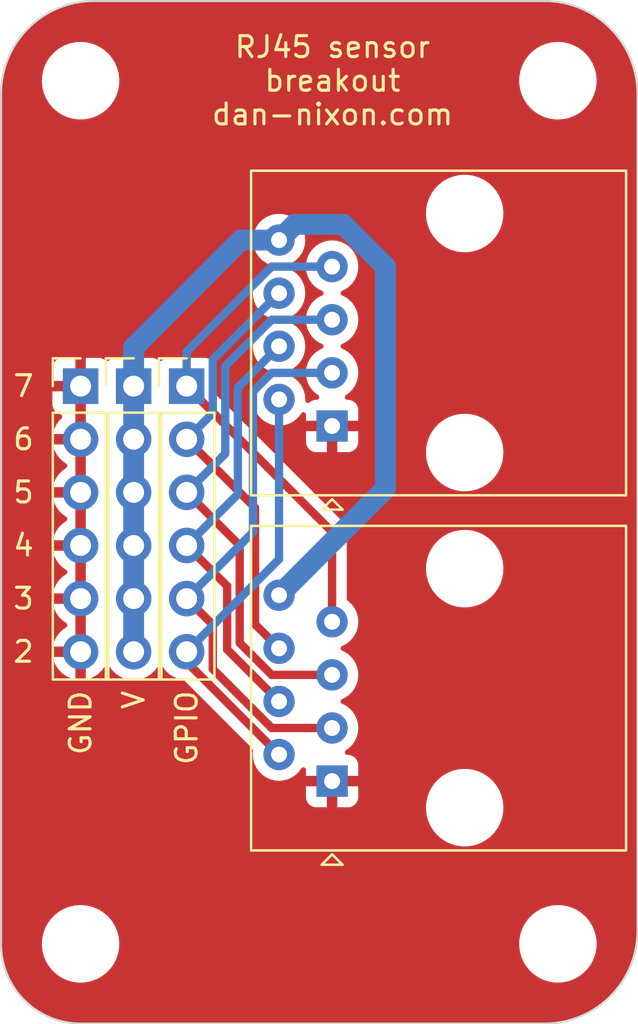
<source format=kicad_pcb>
(kicad_pcb (version 20221018) (generator pcbnew)
  (layers (0 "F.Cu" signal) (31 "B.Cu" signal) (34 "B.Paste" user) (35 "F.Paste" user) (36 "B.SilkS" user "B.Silkscreen") (37 "F.SilkS" user "F.Silkscreen") (38 "B.Mask" user) (39 "F.Mask" user) (44 "Edge.Cuts" user))
  (net 0 "")
  (net 1 "GND")
  (net 2 "VBUS")
  (net 3 "/P2")
  (net 4 "/P3")
  (net 5 "/P4")
  (net 6 "/P5")
  (net 7 "/P6")
  (net 8 "/P7")
  (footprint "Connector_PinHeader_2.54mm:PinHeader_1x06_P2.54mm_Vertical" (layer "F.Cu") (at 92.075 68.58)
    (fp_text reference "J2" hide)
    (fp_text value "GND" (at 0 14.478 90) (layer "F.SilkS") (effects (justify right)))
    (fp_line (start -1.33 -1.33) (end 0 -1.33) (stroke (width 0.12)) (layer "F.SilkS"))
    (fp_line (start -1.33 0) (end -1.33 -1.33) (stroke (width 0.12)) (layer "F.SilkS"))
    (fp_line (start -1.33 1.27) (end -1.33 14.03) (stroke (width 0.12)) (layer "F.SilkS"))
    (fp_line (start -1.33 1.27) (end 1.33 1.27) (stroke (width 0.12)) (layer "F.SilkS"))
    (fp_line (start -1.33 14.03) (end 1.33 14.03) (stroke (width 0.12)) (layer "F.SilkS"))
    (fp_line (start 1.33 1.27) (end 1.33 14.03) (stroke (width 0.12)) (layer "F.SilkS"))
    (pad "1" thru_hole rect (at 0 0) (size 1.7 1.7) (drill 1) (layers "*.Cu" "*.Mask") (net 1 "GND"))
    (pad "2" thru_hole oval (at 0 2.54) (size 1.7 1.7) (drill 1) (layers "*.Cu" "*.Mask") (net 1 "GND"))
    (pad "3" thru_hole oval (at 0 5.08) (size 1.7 1.7) (drill 1) (layers "*.Cu" "*.Mask") (net 1 "GND"))
    (pad "4" thru_hole oval (at 0 7.62) (size 1.7 1.7) (drill 1) (layers "*.Cu" "*.Mask") (net 1 "GND"))
    (pad "5" thru_hole oval (at 0 10.16) (size 1.7 1.7) (drill 1) (layers "*.Cu" "*.Mask") (net 1 "GND"))
    (pad "6" thru_hole oval (at 0 12.7) (size 1.7 1.7) (drill 1) (layers "*.Cu" "*.Mask") (net 1 "GND"))
  )
  (footprint "Connector_PinHeader_2.54mm:PinHeader_1x06_P2.54mm_Vertical" (layer "F.Cu") (at 97.155 68.58)
    (fp_text reference "J4" hide)
    (fp_text value "GPIO" (at 0 14.478 90) (layer "F.SilkS") (effects (justify right)))
    (fp_line (start -1.33 -1.33) (end 0 -1.33) (stroke (width 0.12)) (layer "F.SilkS"))
    (fp_line (start -1.33 0) (end -1.33 -1.33) (stroke (width 0.12)) (layer "F.SilkS"))
    (fp_line (start -1.33 1.27) (end -1.33 14.03) (stroke (width 0.12)) (layer "F.SilkS"))
    (fp_line (start -1.33 1.27) (end 1.33 1.27) (stroke (width 0.12)) (layer "F.SilkS"))
    (fp_line (start -1.33 14.03) (end 1.33 14.03) (stroke (width 0.12)) (layer "F.SilkS"))
    (fp_line (start 1.33 1.27) (end 1.33 14.03) (stroke (width 0.12)) (layer "F.SilkS"))
    (pad "1" thru_hole rect (at 0 0) (size 1.7 1.7) (drill 1) (layers "*.Cu" "*.Mask") (net 8 "/P7"))
    (pad "2" thru_hole oval (at 0 2.54) (size 1.7 1.7) (drill 1) (layers "*.Cu" "*.Mask") (net 7 "/P6"))
    (pad "3" thru_hole oval (at 0 5.08) (size 1.7 1.7) (drill 1) (layers "*.Cu" "*.Mask") (net 6 "/P5"))
    (pad "4" thru_hole oval (at 0 7.62) (size 1.7 1.7) (drill 1) (layers "*.Cu" "*.Mask") (net 5 "/P4"))
    (pad "5" thru_hole oval (at 0 10.16) (size 1.7 1.7) (drill 1) (layers "*.Cu" "*.Mask") (net 4 "/P3"))
    (pad "6" thru_hole oval (at 0 12.7) (size 1.7 1.7) (drill 1) (layers "*.Cu" "*.Mask") (net 3 "/P2"))
  )
  (footprint "Connector_PinHeader_2.54mm:PinHeader_1x06_P2.54mm_Vertical" (layer "F.Cu") (at 94.615 68.58)
    (fp_text reference "J3" hide)
    (fp_text value "V" (at 0 14.478 90) (layer "F.SilkS") (effects (justify right)))
    (fp_line (start -1.33 -1.33) (end 0 -1.33) (stroke (width 0.12)) (layer "F.SilkS"))
    (fp_line (start -1.33 0) (end -1.33 -1.33) (stroke (width 0.12)) (layer "F.SilkS"))
    (fp_line (start -1.33 1.27) (end -1.33 14.03) (stroke (width 0.12)) (layer "F.SilkS"))
    (fp_line (start -1.33 1.27) (end 1.33 1.27) (stroke (width 0.12)) (layer "F.SilkS"))
    (fp_line (start -1.33 14.03) (end 1.33 14.03) (stroke (width 0.12)) (layer "F.SilkS"))
    (fp_line (start 1.33 1.27) (end 1.33 14.03) (stroke (width 0.12)) (layer "F.SilkS"))
    (pad "1" thru_hole rect (at 0 0) (size 1.7 1.7) (drill 1) (layers "*.Cu" "*.Mask") (net 2 "VBUS"))
    (pad "2" thru_hole oval (at 0 2.54) (size 1.7 1.7) (drill 1) (layers "*.Cu" "*.Mask") (net 2 "VBUS"))
    (pad "3" thru_hole oval (at 0 5.08) (size 1.7 1.7) (drill 1) (layers "*.Cu" "*.Mask") (net 2 "VBUS"))
    (pad "4" thru_hole oval (at 0 7.62) (size 1.7 1.7) (drill 1) (layers "*.Cu" "*.Mask") (net 2 "VBUS"))
    (pad "5" thru_hole oval (at 0 10.16) (size 1.7 1.7) (drill 1) (layers "*.Cu" "*.Mask") (net 2 "VBUS"))
    (pad "6" thru_hole oval (at 0 12.7) (size 1.7 1.7) (drill 1) (layers "*.Cu" "*.Mask") (net 2 "VBUS"))
  )
  (footprint "MountingHole:MountingHole_3.2mm_M3" (layer "F.Cu") (at 92.075 53.975)
    (fp_text reference "H1" hide)
    (fp_text value "MountingHole" hide)
    (pad "" np_thru_hole circle (at 0 0) (size 3.2 3.2) (drill 3.2) (layers "*.Cu" "*.Mask"))
  )
  (footprint "Connector_RJ:RJ45_Amphenol_54602-x08_Horizontal" (layer "F.Cu") (at 104.12 70.485 90)
    (fp_text reference "J1" hide)
    (fp_text value "RJ45")
    (fp_line (start -4 -0.5) (end -4 0.5) (stroke (width 0.12)) (layer "F.SilkS"))
    (fp_line (start -4 0.5) (end -3.5 0) (stroke (width 0.12)) (layer "F.SilkS"))
    (fp_line (start -3.5 0) (end -4 -0.5) (stroke (width 0.12)) (layer "F.SilkS"))
    (fp_line (start -3.315 -3.88) (end -3.315 14.08) (stroke (width 0.12)) (layer "F.SilkS"))
    (fp_line (start -3.315 14.08) (end 12.205 14.08) (stroke (width 0.12)) (layer "F.SilkS"))
    (fp_line (start 12.205 -3.88) (end -3.315 -3.88) (stroke (width 0.12)) (layer "F.SilkS"))
    (fp_line (start 12.205 -3.88) (end 12.205 14.08) (stroke (width 0.12)) (layer "F.SilkS"))
    (pad "" np_thru_hole circle (at -1.27 6.35 90) (size 3.2 3.2) (drill 3.2) (layers "*.Cu" "*.Mask"))
    (pad "" np_thru_hole circle (at 10.16 6.35 90) (size 3.2 3.2) (drill 3.2) (layers "*.Cu" "*.Mask"))
    (pad "1" thru_hole rect (at 0 0 90) (size 1.5 1.5) (drill 0.76) (layers "*.Cu" "*.Mask") (net 1 "GND"))
    (pad "2" thru_hole circle (at 1.27 -2.54 90) (size 1.5 1.5) (drill 0.76) (layers "*.Cu" "*.Mask") (net 3 "/P2"))
    (pad "3" thru_hole circle (at 2.54 0 90) (size 1.5 1.5) (drill 0.76) (layers "*.Cu" "*.Mask") (net 4 "/P3"))
    (pad "4" thru_hole circle (at 3.81 -2.54 90) (size 1.5 1.5) (drill 0.76) (layers "*.Cu" "*.Mask") (net 5 "/P4"))
    (pad "5" thru_hole circle (at 5.08 0 90) (size 1.5 1.5) (drill 0.76) (layers "*.Cu" "*.Mask") (net 6 "/P5"))
    (pad "6" thru_hole circle (at 6.35 -2.54 90) (size 1.5 1.5) (drill 0.76) (layers "*.Cu" "*.Mask") (net 7 "/P6"))
    (pad "7" thru_hole circle (at 7.62 0 90) (size 1.5 1.5) (drill 0.76) (layers "*.Cu" "*.Mask") (net 8 "/P7"))
    (pad "8" thru_hole circle (at 8.89 -2.54 90) (size 1.5 1.5) (drill 0.76) (layers "*.Cu" "*.Mask") (net 2 "VBUS"))
  )
  (footprint "MountingHole:MountingHole_3.2mm_M3" (layer "F.Cu") (at 114.935 53.975)
    (fp_text reference "H2" hide)
    (fp_text value "MountingHole" hide)
    (pad "" np_thru_hole circle (at 0 0) (size 3.2 3.2) (drill 3.2) (layers "*.Cu" "*.Mask"))
  )
  (footprint "MountingHole:MountingHole_3.2mm_M3" (layer "F.Cu") (at 92.075 95.25)
    (fp_text reference "H3" hide)
    (fp_text value "MountingHole" hide)
    (pad "" np_thru_hole circle (at 0 0) (size 3.2 3.2) (drill 3.2) (layers "*.Cu" "*.Mask"))
  )
  (footprint "MountingHole:MountingHole_3.2mm_M3" (layer "F.Cu") (at 114.935 95.25)
    (fp_text reference "H4" hide)
    (fp_text value "MountingHole" hide)
    (pad "" np_thru_hole circle (at 0 0) (size 3.2 3.2) (drill 3.2) (layers "*.Cu" "*.Mask"))
  )
  (footprint "Connector_RJ:RJ45_Amphenol_54602-x08_Horizontal" (layer "F.Cu") (at 104.12 87.4675 90)
    (fp_text reference "J5" hide)
    (fp_text value "RJ45")
    (fp_line (start -4 -0.5) (end -4 0.5) (stroke (width 0.12)) (layer "F.SilkS"))
    (fp_line (start -4 0.5) (end -3.5 0) (stroke (width 0.12)) (layer "F.SilkS"))
    (fp_line (start -3.5 0) (end -4 -0.5) (stroke (width 0.12)) (layer "F.SilkS"))
    (fp_line (start -3.315 -3.88) (end -3.315 14.08) (stroke (width 0.12)) (layer "F.SilkS"))
    (fp_line (start -3.315 14.08) (end 12.205 14.08) (stroke (width 0.12)) (layer "F.SilkS"))
    (fp_line (start 12.205 -3.88) (end -3.315 -3.88) (stroke (width 0.12)) (layer "F.SilkS"))
    (fp_line (start 12.205 -3.88) (end 12.205 14.08) (stroke (width 0.12)) (layer "F.SilkS"))
    (pad "" np_thru_hole circle (at -1.27 6.35 90) (size 3.2 3.2) (drill 3.2) (layers "*.Cu" "*.Mask"))
    (pad "" np_thru_hole circle (at 10.16 6.35 90) (size 3.2 3.2) (drill 3.2) (layers "*.Cu" "*.Mask"))
    (pad "1" thru_hole rect (at 0 0 90) (size 1.5 1.5) (drill 0.76) (layers "*.Cu" "*.Mask") (net 1 "GND"))
    (pad "2" thru_hole circle (at 1.27 -2.54 90) (size 1.5 1.5) (drill 0.76) (layers "*.Cu" "*.Mask") (net 3 "/P2"))
    (pad "3" thru_hole circle (at 2.54 0 90) (size 1.5 1.5) (drill 0.76) (layers "*.Cu" "*.Mask") (net 4 "/P3"))
    (pad "4" thru_hole circle (at 3.81 -2.54 90) (size 1.5 1.5) (drill 0.76) (layers "*.Cu" "*.Mask") (net 5 "/P4"))
    (pad "5" thru_hole circle (at 5.08 0 90) (size 1.5 1.5) (drill 0.76) (layers "*.Cu" "*.Mask") (net 6 "/P5"))
    (pad "6" thru_hole circle (at 6.35 -2.54 90) (size 1.5 1.5) (drill 0.76) (layers "*.Cu" "*.Mask") (net 7 "/P6"))
    (pad "7" thru_hole circle (at 7.62 0 90) (size 1.5 1.5) (drill 0.76) (layers "*.Cu" "*.Mask") (net 8 "/P7"))
    (pad "8" thru_hole circle (at 8.89 -2.54 90) (size 1.5 1.5) (drill 0.76) (layers "*.Cu" "*.Mask") (net 2 "VBUS"))
  )
  (gr_line (start 88.265 95.25) (end 88.265 54.61) (stroke (width 0.1)) (layer "Edge.Cuts"))
  (gr_arc (start 118.745 94.615) (mid 117.44309 97.75809) (end 114.3 99.06) (stroke (width 0.1)) (layer "Edge.Cuts"))
  (gr_arc (start 88.265 54.61) (mid 89.56691 51.46691) (end 92.71 50.165) (stroke (width 0.1)) (layer "Edge.Cuts"))
  (gr_arc (start 92.075 99.06) (mid 89.380923 97.944077) (end 88.265 95.25) (stroke (width 0.1)) (layer "Edge.Cuts"))
  (gr_arc (start 114.3 50.165) (mid 117.44309 51.46691) (end 118.745 54.61) (stroke (width 0.1)) (layer "Edge.Cuts"))
  (gr_line (start 118.745 54.61) (end 118.745 94.615) (stroke (width 0.1)) (layer "Edge.Cuts"))
  (gr_line (start 114.3 50.165) (end 92.71 50.165) (stroke (width 0.1)) (layer "Edge.Cuts"))
  (gr_line (start 114.3 99.06) (end 92.075 99.06) (stroke (width 0.1)) (layer "Edge.Cuts"))
  (gr_text "2" (at 89.916 81.28) (layer "F.SilkS") (effects (font (size 1 1)) (justify right)))
  (gr_text "6" (at 89.916 71.12) (layer "F.SilkS") (effects (font (size 1 1)) (justify right)))
  (gr_text "RJ45 sensor\nbreakout\ndan-nixon.com" (at 104.14 53.975) (layer "F.SilkS") (effects (font (size 1 1))))
  (gr_text "7" (at 89.916 68.58) (layer "F.SilkS") (effects (font (size 1 1)) (justify right)))
  (gr_text "4" (at 89.916 76.2) (layer "F.SilkS") (effects (font (size 1 1)) (justify right)))
  (gr_text "3" (at 89.916 78.74) (layer "F.SilkS") (effects (font (size 1 1)) (justify right)))
  (gr_text "5" (at 89.916 73.66) (layer "F.SilkS") (effects (font (size 1 1)) (justify right)))
  (segment (start 94.615 68.58) (end 94.615 81.28) (width 1) (layer "B.Cu") (net 2))
  (segment (start 106.68 62.865) (end 106.68 72.39) (width 1) (layer "B.Cu") (net 2))
  (segment (start 106.68 73.4775) (end 106.68 72.39) (width 1) (layer "B.Cu") (net 2))
  (segment (start 102.33 60.845) (end 104.66 60.845) (width 1) (layer "B.Cu") (net 2))
  (segment (start 94.615 66.73) (end 99.75 61.595) (width 1) (layer "B.Cu") (net 2))
  (segment (start 101.58 61.595) (end 102.33 60.845) (width 1) (layer "B.Cu") (net 2))
  (segment (start 94.615 68.58) (end 94.615 66.73) (width 1) (layer "B.Cu") (net 2))
  (segment (start 99.75 61.595) (end 101.58 61.595) (width 1) (layer "B.Cu") (net 2))
  (segment (start 101.58 78.5775) (end 106.68 73.4775) (width 1) (layer "B.Cu") (net 2))
  (segment (start 104.66 60.845) (end 106.68 62.865) (width 1) (layer "B.Cu") (net 2))
  (segment (start 97.155 81.7725) (end 97.155 81.28) (width 0.4) (layer "F.Cu") (net 3))
  (segment (start 101.58 86.1975) (end 97.155 81.7725) (width 0.4) (layer "F.Cu") (net 3))
  (segment (start 101.58 69.215) (end 101.58 76.855) (width 0.4) (layer "B.Cu") (net 3))
  (segment (start 101.58 76.855) (end 97.155 81.28) (width 0.4) (layer "B.Cu") (net 3))
  (segment (start 98.405 82.108846) (end 98.405 79.99) (width 0.4) (layer "F.Cu") (net 4))
  (segment (start 104.12 84.9275) (end 101.223654 84.9275) (width 0.4) (layer "F.Cu") (net 4))
  (segment (start 98.405 79.99) (end 97.155 78.74) (width 0.4) (layer "F.Cu") (net 4))
  (segment (start 101.223654 84.9275) (end 98.405 82.108846) (width 0.4) (layer "F.Cu") (net 4))
  (segment (start 100.33 68.838654) (end 100.33 75.565) (width 0.4) (layer "B.Cu") (net 4))
  (segment (start 104.12 67.945) (end 101.223654 67.945) (width 0.4) (layer "B.Cu") (net 4))
  (segment (start 100.33 75.565) (end 97.155 78.74) (width 0.4) (layer "B.Cu") (net 4))
  (segment (start 101.223654 67.945) (end 100.33 68.838654) (width 0.4) (layer "B.Cu") (net 4))
  (segment (start 99.095 81.1725) (end 99.095 78.14) (width 0.4) (layer "F.Cu") (net 5))
  (segment (start 101.58 83.6575) (end 99.095 81.1725) (width 0.4) (layer "F.Cu") (net 5))
  (segment (start 99.095 78.14) (end 97.155 76.2) (width 0.4) (layer "F.Cu") (net 5))
  (segment (start 101.58 66.675) (end 99.605 68.65) (width 0.4) (layer "B.Cu") (net 5))
  (segment (start 99.605 73.75) (end 97.155 76.2) (width 0.4) (layer "B.Cu") (net 5))
  (segment (start 99.605 68.65) (end 99.605 73.75) (width 0.4) (layer "B.Cu") (net 5))
  (segment (start 99.695 76.2) (end 97.155 73.66) (width 0.4) (layer "F.Cu") (net 6))
  (segment (start 101.223654 82.3875) (end 99.695 80.858846) (width 0.4) (layer "F.Cu") (net 6))
  (segment (start 99.695 80.858846) (end 99.695 76.2) (width 0.4) (layer "F.Cu") (net 6))
  (segment (start 104.12 82.3875) (end 101.223654 82.3875) (width 0.4) (layer "F.Cu") (net 6))
  (segment (start 99.005 67.623654) (end 99.005 71.81) (width 0.4) (layer "B.Cu") (net 6))
  (segment (start 99.005 71.81) (end 97.155 73.66) (width 0.4) (layer "B.Cu") (net 6))
  (segment (start 101.223654 65.405) (end 99.005 67.623654) (width 0.4) (layer "B.Cu") (net 6))
  (segment (start 104.12 65.405) (end 101.223654 65.405) (width 0.4) (layer "B.Cu") (net 6))
  (segment (start 101.58 81.1175) (end 100.43 79.9675) (width 0.4) (layer "F.Cu") (net 7))
  (segment (start 100.43 79.9675) (end 100.43 74.395) (width 0.4) (layer "F.Cu") (net 7))
  (segment (start 100.43 74.395) (end 97.155 71.12) (width 0.4) (layer "F.Cu") (net 7))
  (segment (start 98.405 67.31) (end 98.405 69.87) (width 0.4) (layer "B.Cu") (net 7))
  (segment (start 98.405 69.87) (end 97.155 71.12) (width 0.4) (layer "B.Cu") (net 7))
  (segment (start 101.58 64.135) (end 98.405 67.31) (width 0.4) (layer "B.Cu") (net 7))
  (segment (start 104.12 79.8475) (end 104.12 75.545) (width 0.4) (layer "F.Cu") (net 8))
  (segment (start 104.12 75.545) (end 97.155 68.58) (width 0.4) (layer "F.Cu") (net 8))
  (segment (start 101.223654 62.865) (end 104.12 62.865) (width 0.4) (layer "B.Cu") (net 8))
  (segment (start 97.155 66.933654) (end 101.223654 62.865) (width 0.4) (layer "B.Cu") (net 8))
  (segment (start 97.155 68.58) (end 97.155 66.933654) (width 0.4) (layer "B.Cu") (net 8))
  (zone (net 1) (net_name "GND") (layer "F.Cu") (connect_pads (clearance 0.5)) (min_thickness 0.25) (fill yes (thermal_gap 0.5) (thermal_bridge_width 0.5))
    (polygon (pts (xy 88.265 50.165) (xy 118.745 50.165) (xy 118.745 99.06) (xy 88.265 99.06)))
  )
)
</source>
